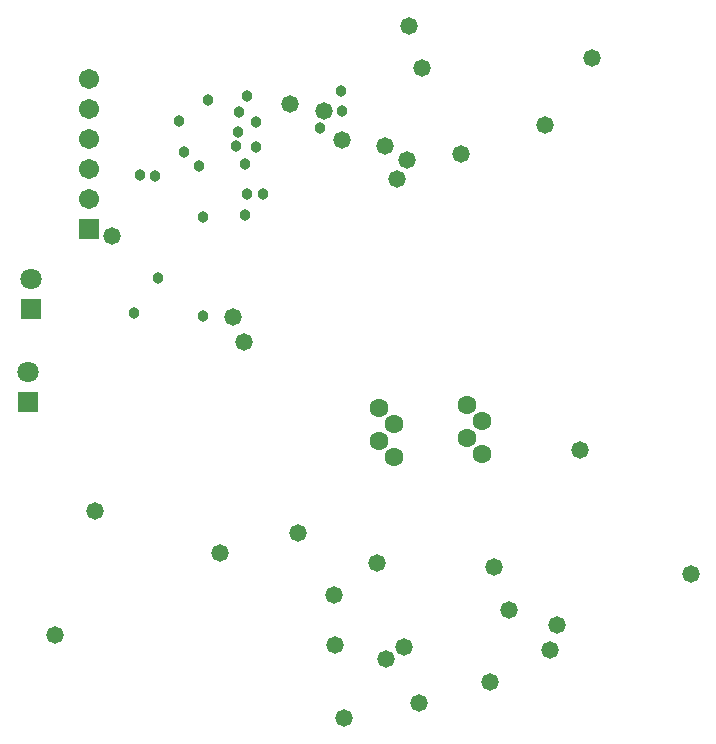
<source format=gbs>
G04*
G04 #@! TF.GenerationSoftware,Altium Limited,Altium Designer,21.3.2 (30)*
G04*
G04 Layer_Color=16711935*
%FSLAX25Y25*%
%MOIN*%
G70*
G04*
G04 #@! TF.SameCoordinates,A7B022F8-E884-4121-B654-9C37E9188DC7*
G04*
G04*
G04 #@! TF.FilePolarity,Negative*
G04*
G01*
G75*
%ADD42C,0.06312*%
%ADD43R,0.06706X0.06706*%
%ADD44C,0.06706*%
%ADD45C,0.07099*%
%ADD46R,0.07099X0.07099*%
%ADD47C,0.03800*%
%ADD48C,0.05800*%
D42*
X434000Y318315D02*
D03*
X439000Y312815D02*
D03*
X434000Y307315D02*
D03*
X439000Y301815D02*
D03*
X404500Y317315D02*
D03*
X409500Y311815D02*
D03*
X404500Y306315D02*
D03*
X409500Y300815D02*
D03*
D43*
X308000Y376815D02*
D03*
D44*
Y386815D02*
D03*
Y396815D02*
D03*
Y406815D02*
D03*
Y416815D02*
D03*
Y426815D02*
D03*
D45*
X287500Y329315D02*
D03*
X288500Y360315D02*
D03*
D46*
X287500Y319315D02*
D03*
X288500Y350315D02*
D03*
D47*
X363688Y412504D02*
D03*
X357707Y409293D02*
D03*
X385000Y410500D02*
D03*
X356954Y404535D02*
D03*
X363454Y404223D02*
D03*
X366000Y388500D02*
D03*
X345850Y381000D02*
D03*
X392000Y423000D02*
D03*
X392250Y416250D02*
D03*
X360582Y421178D02*
D03*
X358000Y416000D02*
D03*
X360000Y398500D02*
D03*
X331000Y360500D02*
D03*
X360500Y388750D02*
D03*
X330000Y394500D02*
D03*
X339500Y402500D02*
D03*
X344452Y398048D02*
D03*
X347500Y420000D02*
D03*
X360000Y381500D02*
D03*
X323000Y348815D02*
D03*
X338000Y412815D02*
D03*
X325000Y394815D02*
D03*
X346000Y347815D02*
D03*
D48*
X475500Y434000D02*
D03*
X386240Y416250D02*
D03*
X392180Y406635D02*
D03*
X374900Y418750D02*
D03*
X315500Y374500D02*
D03*
X464000Y245000D02*
D03*
X448000Y250000D02*
D03*
X461500Y236500D02*
D03*
X296500Y241500D02*
D03*
X406739Y404760D02*
D03*
X414000Y400000D02*
D03*
X407000Y233500D02*
D03*
X418000Y219000D02*
D03*
X356000Y347500D02*
D03*
X359652Y339444D02*
D03*
X431900Y401815D02*
D03*
X404000Y265500D02*
D03*
X309780Y283135D02*
D03*
X377600Y275615D02*
D03*
X351500Y268815D02*
D03*
X389500Y255015D02*
D03*
X460000Y411715D02*
D03*
X389800Y238415D02*
D03*
X471500Y303447D02*
D03*
X413063Y237515D02*
D03*
X441700Y225815D02*
D03*
X410500Y393615D02*
D03*
X442975Y264315D02*
D03*
X418800Y430715D02*
D03*
X392900Y214115D02*
D03*
X414500Y444515D02*
D03*
X508500Y261815D02*
D03*
M02*

</source>
